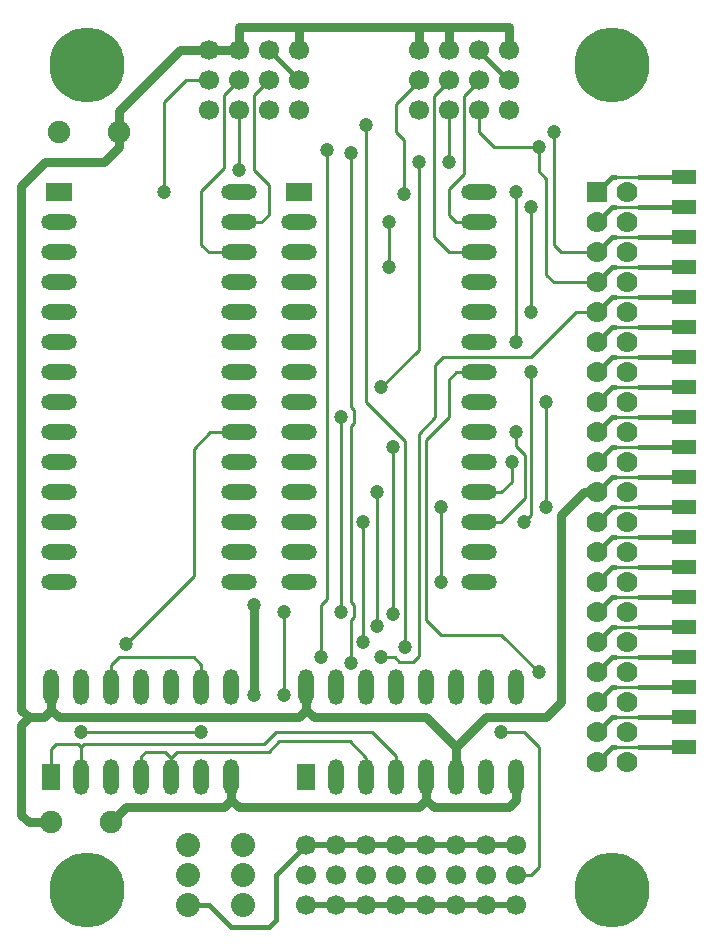
<source format=gbl>
G04 Layer_Physical_Order=2*
G04 Layer_Color=16711680*
%FSLAX25Y25*%
%MOIN*%
G70*
G01*
G75*
%ADD10R,0.07874X0.05000*%
%ADD11C,0.01000*%
%ADD12C,0.03000*%
%ADD13C,0.01500*%
%ADD14C,0.02000*%
%ADD15R,0.07000X0.07000*%
%ADD16C,0.07000*%
%ADD17C,0.25000*%
%ADD18C,0.07500*%
%ADD19C,0.06693*%
%ADD20C,0.08000*%
%ADD21R,0.08500X0.06200*%
%ADD22O,0.12000X0.05118*%
%ADD23O,0.05118X0.12000*%
%ADD24R,0.06200X0.08500*%
%ADD25C,0.04724*%
D10*
X693500Y205000D02*
D03*
Y215000D02*
D03*
Y225000D02*
D03*
Y235000D02*
D03*
Y245000D02*
D03*
Y255000D02*
D03*
Y265000D02*
D03*
Y275000D02*
D03*
Y285000D02*
D03*
Y295000D02*
D03*
Y305000D02*
D03*
Y315000D02*
D03*
Y325000D02*
D03*
Y335000D02*
D03*
Y345000D02*
D03*
Y355000D02*
D03*
Y365000D02*
D03*
Y375000D02*
D03*
Y385000D02*
D03*
Y395000D02*
D03*
D11*
X530000Y262000D02*
Y304500D01*
X507500Y239500D02*
X530000Y262000D01*
X597500Y195000D02*
Y202000D01*
X589500Y210000D02*
X597500Y202000D01*
X557500Y210000D02*
X589500D01*
X574500Y254500D02*
Y404000D01*
X572500Y252500D02*
X574500Y254500D01*
X572500Y235000D02*
Y252500D01*
X630000Y405000D02*
X645000D01*
X625000Y410000D02*
X630000Y405000D01*
X645000Y397000D02*
Y405000D01*
X650000Y372500D02*
Y410000D01*
X645000Y397000D02*
X647500Y394500D01*
X582500Y318500D02*
Y403000D01*
Y318500D02*
X583500Y317500D01*
Y313000D02*
Y317500D01*
X582500Y312000D02*
X583500Y313000D01*
X582500Y253500D02*
Y312000D01*
Y253500D02*
X583500Y252500D01*
Y248500D02*
Y252500D01*
X582500Y247500D02*
X583500Y248500D01*
X582500Y233000D02*
Y247500D01*
X579000Y250000D02*
Y315000D01*
X560000Y222500D02*
Y250000D01*
X596500Y249500D02*
Y305000D01*
X558500Y207000D02*
X582000D01*
X555000Y203500D02*
X558500Y207000D01*
X524500Y203500D02*
X555000D01*
X591000Y245500D02*
Y290000D01*
X512500Y195000D02*
Y202000D01*
X514000Y203500D01*
X520500D01*
X522500Y201500D01*
X484000Y206000D02*
X491500D01*
X482500Y204500D02*
X484000Y206000D01*
X482500Y195000D02*
Y204500D01*
X491500Y206000D02*
X492500Y205000D01*
Y195000D02*
Y205000D01*
X493500Y206000D01*
X553500D01*
X670500Y205000D02*
X678500D01*
X670500Y215000D02*
X678500D01*
X670500Y225000D02*
X678500D01*
X670500Y235000D02*
X678500D01*
X670500Y245000D02*
X678500D01*
X670500Y255000D02*
X678500D01*
X670500Y265000D02*
X678500D01*
X670500Y275000D02*
X678500D01*
X670500Y285000D02*
X678500D01*
X670500Y295000D02*
X678500D01*
X670500Y305000D02*
X678500D01*
X670500Y315000D02*
X678500D01*
X670500Y325000D02*
X678500D01*
X670500Y335000D02*
X678500D01*
X670500Y345000D02*
X678500D01*
X670500Y355000D02*
X678500D01*
X670500Y365000D02*
X678500D01*
X670500Y375000D02*
X678500D01*
X670500Y385000D02*
X678500D01*
X670500Y395000D02*
X678500D01*
X637500Y340000D02*
Y390000D01*
X657500Y350000D02*
X664500D01*
X642500Y335000D02*
X657500Y350000D01*
X613000Y335000D02*
X642500D01*
X640500Y288000D02*
Y302500D01*
X637500Y305500D02*
X640500Y302500D01*
X637500Y305500D02*
Y310000D01*
X632500Y280000D02*
X640500Y288000D01*
X642500Y282500D02*
Y330000D01*
X640000Y280000D02*
X642500Y282500D01*
X632500Y290000D02*
X636000Y293500D01*
Y300000D01*
X553500Y206000D02*
X557500Y210000D01*
X610500Y332500D02*
X613000Y335000D01*
X610500Y315000D02*
Y332500D01*
X605000Y337500D02*
Y400000D01*
X592500Y325000D02*
X605000Y337500D01*
X600500Y238500D02*
Y307000D01*
X587500Y320000D02*
X600500Y307000D01*
X587500Y320000D02*
Y412500D01*
X605000Y309500D02*
X610500Y315000D01*
X605000Y235500D02*
Y309500D01*
X603000Y233500D02*
X605000Y235500D01*
X598500Y233500D02*
X603000D01*
X597000Y235000D02*
X598500Y233500D01*
X592500Y235000D02*
X597000D01*
X586500Y240000D02*
Y280000D01*
X625000Y410000D02*
Y417500D01*
X600000Y389500D02*
Y407500D01*
X617500Y330000D02*
X625000D01*
X615000Y327500D02*
X617500Y330000D01*
X615000Y315000D02*
Y327500D01*
X607500Y307500D02*
X615000Y315000D01*
X607500Y247500D02*
Y307500D01*
Y247500D02*
X612500Y242500D01*
X632500D01*
X645000Y230000D01*
X650000Y372500D02*
X652500Y370000D01*
X664500D01*
X647500Y362500D02*
X650000Y360000D01*
X664500D01*
X637500Y162500D02*
X642500D01*
X645000Y165000D01*
Y205000D01*
X640000Y210000D02*
X645000Y205000D01*
X632500Y210000D02*
X640000D01*
X625000Y290000D02*
X632500D01*
X612500Y260000D02*
Y285000D01*
X625000Y280000D02*
X632500D01*
X647500Y285000D02*
Y320000D01*
X532500Y225000D02*
Y232500D01*
X530000Y235000D02*
X532500Y232500D01*
X505000Y235000D02*
X530000D01*
X502500Y232500D02*
X505000Y235000D01*
X502500Y225000D02*
Y232500D01*
X492500Y210000D02*
X532500D01*
X535500Y310000D02*
X545000D01*
X530000Y304500D02*
X535500Y310000D01*
X610000Y422000D02*
X615000Y427000D01*
X522500Y195000D02*
Y201500D01*
X524500Y203500D01*
X582000Y207000D02*
X587500Y201500D01*
Y195000D02*
Y201500D01*
X597500Y410000D02*
X600000Y407500D01*
X597500Y410000D02*
Y419500D01*
X605000Y427000D01*
X545000Y380000D02*
X552500D01*
X555000Y382500D01*
Y392500D01*
X550000Y397500D02*
X555000Y392500D01*
X550000Y422500D02*
X555000Y427500D01*
X550000Y397500D02*
Y422500D01*
X527500Y427500D02*
X535000D01*
X540000Y422500D02*
X545000Y427500D01*
X532500Y372500D02*
X535000Y370000D01*
X545000D01*
X532500Y372500D02*
Y390500D01*
X540000Y398000D01*
Y422500D01*
X595000Y365000D02*
Y380000D01*
X642500Y350000D02*
Y385000D01*
X610000Y375000D02*
Y422000D01*
Y375000D02*
X615000Y370000D01*
X625000D01*
X620000Y422000D02*
X625000Y427000D01*
X615000Y382500D02*
X617500Y380000D01*
X625000D01*
X615000Y400000D02*
Y417500D01*
X545000Y397500D02*
Y417500D01*
X647500Y362500D02*
Y394500D01*
X615000Y382500D02*
Y391000D01*
X620000Y396000D01*
Y422000D01*
X520000Y420000D02*
X527500Y427500D01*
X520000Y390000D02*
Y420000D01*
D12*
X545000Y445000D02*
X565000D01*
X545000Y437500D02*
Y445000D01*
X535000Y437500D02*
X545000D01*
X540000Y185000D02*
X542500Y187500D01*
X507500Y185000D02*
X540000D01*
X502500Y180000D02*
X507500Y185000D01*
X472500Y392000D02*
X480500Y400000D01*
X472500Y217500D02*
X475000Y215000D01*
X617500Y205000D02*
X627500Y215000D01*
X647500D01*
X652500Y220000D01*
Y282500D01*
X660000Y290000D01*
X664500D01*
X567500Y217500D02*
X570000Y215000D01*
X607500D01*
X617500Y205000D01*
Y195000D02*
Y205000D01*
X480000Y215000D02*
X482500Y217500D01*
X475000Y215000D02*
X480000D01*
X472500Y212500D02*
X475000Y215000D01*
X472500Y182500D02*
Y212500D01*
Y182500D02*
X475000Y180000D01*
X482500D01*
Y217500D02*
Y225000D01*
Y217500D02*
X485000Y215000D01*
X565000D01*
X567500Y217500D01*
Y225000D01*
X542500Y187500D02*
Y195000D01*
Y187500D02*
X545000Y185000D01*
X605000D01*
X607500Y187500D01*
Y195000D01*
Y187500D02*
X610000Y185000D01*
X635000D01*
X637500Y187500D01*
Y195000D01*
X565000Y437500D02*
Y445000D01*
X605000D01*
X615000D01*
X635000D01*
X472500Y217500D02*
Y392000D01*
X505000Y405000D02*
Y410000D01*
X500000Y400000D02*
X505000Y405000D01*
X480500Y400000D02*
X500000D01*
X505000Y410000D02*
Y417000D01*
X525500Y437500D01*
X535000D01*
X605000Y437000D02*
Y437500D01*
Y445000D01*
X615000Y437000D02*
Y437500D01*
Y445000D01*
X635000Y437000D02*
Y437500D01*
Y445000D01*
X550000Y222500D02*
Y252500D01*
D13*
X693500Y295000D02*
X695500D01*
X678500D02*
X693500D01*
Y215000D02*
X695500D01*
X678500D02*
X693500D01*
Y305000D02*
X695500D01*
X678500D02*
X693500D01*
Y395000D02*
X695500D01*
X678500D02*
X693500D01*
Y325000D02*
X695500D01*
X678500D02*
X693500D01*
Y335000D02*
X695500D01*
X678500D02*
X693500D01*
Y385000D02*
X695500D01*
X678500D02*
X693500D01*
Y375000D02*
X695500D01*
X678500D02*
X693500D01*
Y315000D02*
X695500D01*
X678500D02*
X693500D01*
Y285000D02*
X695500D01*
X678500D02*
X693500D01*
Y275000D02*
X695500D01*
X678500D02*
X693500D01*
Y365000D02*
X695500D01*
X678500D02*
X693500D01*
Y255000D02*
X695500D01*
X678500D02*
X693500D01*
Y355000D02*
X695500D01*
X678500D02*
X693500D01*
Y265000D02*
X695500D01*
X678500D02*
X693500D01*
X664500Y200000D02*
X669500Y205000D01*
X678500D02*
X695500D01*
X669500D02*
X670500D01*
X664500Y210000D02*
X669500Y215000D01*
X670500D01*
X664500Y220000D02*
X669500Y225000D01*
X678500D02*
X695500D01*
X669500D02*
X670500D01*
X664500Y230000D02*
X669500Y235000D01*
X678500D02*
X695500D01*
X669500D02*
X670500D01*
X664500Y240000D02*
X669500Y245000D01*
X678500D02*
X695500D01*
X669500D02*
X670500D01*
X664500Y250000D02*
X669500Y255000D01*
X670500D01*
X664500Y260000D02*
X669500Y265000D01*
X670500D01*
X664500Y270000D02*
X669500Y275000D01*
X670500D01*
X664500Y280000D02*
X669500Y285000D01*
X670500D01*
X664500Y290000D02*
X669500Y295000D01*
X670500D01*
X664500Y300000D02*
X669500Y305000D01*
X670500D01*
X664500Y310000D02*
X669500Y315000D01*
X670500D01*
X664500Y320000D02*
X669500Y325000D01*
X670500D01*
X664500Y330000D02*
X669500Y335000D01*
X670500D01*
X664500Y340000D02*
X669500Y345000D01*
X678500D02*
X695500D01*
X669500D02*
X670500D01*
X664500Y350000D02*
X669500Y355000D01*
X670500D01*
X664500Y360000D02*
X669500Y365000D01*
X670500D01*
X664500Y370000D02*
X669500Y375000D01*
X670500D01*
X664500Y380000D02*
X669500Y385000D01*
X670500D01*
X669500Y395000D02*
X670500D01*
X664500Y390000D02*
X669500Y395000D01*
X555000Y437500D02*
X565000Y427500D01*
X557500Y162500D02*
X567500Y172500D01*
X557500Y147500D02*
Y162500D01*
X528000Y152500D02*
X535000D01*
X542500Y145000D01*
X555000D01*
X557500Y147500D01*
X625000Y437000D02*
X635000Y427000D01*
D14*
X567500Y172500D02*
X577500D01*
X587500D01*
X597500D01*
X607500D01*
X617500D01*
X627500D01*
X637500D01*
X567500Y152500D02*
X577500D01*
X587500D01*
X597500D01*
X607500D01*
X617500D01*
X627500D01*
X637500D01*
D15*
X664500Y390000D02*
D03*
D16*
X674500D02*
D03*
X664500Y380000D02*
D03*
X674500D02*
D03*
X664500Y370000D02*
D03*
X674500D02*
D03*
X664500Y360000D02*
D03*
X674500D02*
D03*
X664500Y350000D02*
D03*
X674500D02*
D03*
X664500Y340000D02*
D03*
X674500D02*
D03*
X664500Y330000D02*
D03*
X674500D02*
D03*
X664500Y320000D02*
D03*
X674500D02*
D03*
X664500Y310000D02*
D03*
X674500D02*
D03*
X664500Y300000D02*
D03*
X674500D02*
D03*
X664500Y290000D02*
D03*
X674500D02*
D03*
X664500Y280000D02*
D03*
X674500D02*
D03*
X664500Y270000D02*
D03*
X674500D02*
D03*
X664500Y260000D02*
D03*
X674500D02*
D03*
X664500Y250000D02*
D03*
X674500D02*
D03*
X664500Y240000D02*
D03*
X674500D02*
D03*
X664500Y230000D02*
D03*
X674500D02*
D03*
X664500Y220000D02*
D03*
X674500D02*
D03*
X664500Y210000D02*
D03*
X674500D02*
D03*
X664500Y200000D02*
D03*
X674500D02*
D03*
D17*
X669500Y157500D02*
D03*
Y432500D02*
D03*
X494500D02*
D03*
Y157500D02*
D03*
D18*
X505000Y410000D02*
D03*
X485000D02*
D03*
X482500Y180000D02*
D03*
X502500D02*
D03*
D19*
X605000Y427500D02*
D03*
Y417500D02*
D03*
Y437500D02*
D03*
X615000Y427500D02*
D03*
Y417500D02*
D03*
Y437500D02*
D03*
X625000Y427500D02*
D03*
Y417500D02*
D03*
Y437500D02*
D03*
X635000Y427500D02*
D03*
Y417500D02*
D03*
Y437500D02*
D03*
X535000Y427500D02*
D03*
Y417500D02*
D03*
Y437500D02*
D03*
X545000Y427500D02*
D03*
Y417500D02*
D03*
Y437500D02*
D03*
X555000Y427500D02*
D03*
Y417500D02*
D03*
Y437500D02*
D03*
X565000Y427500D02*
D03*
Y417500D02*
D03*
Y437500D02*
D03*
X637500Y172500D02*
D03*
Y152500D02*
D03*
Y162500D02*
D03*
X567500D02*
D03*
Y152500D02*
D03*
Y172500D02*
D03*
X577500Y162500D02*
D03*
Y152500D02*
D03*
Y172500D02*
D03*
X587500Y162500D02*
D03*
Y152500D02*
D03*
Y172500D02*
D03*
X597500Y162500D02*
D03*
Y152500D02*
D03*
Y172500D02*
D03*
X607500Y162500D02*
D03*
Y152500D02*
D03*
Y172500D02*
D03*
X617500Y162500D02*
D03*
Y152500D02*
D03*
Y172500D02*
D03*
X627500Y162500D02*
D03*
Y152500D02*
D03*
Y172500D02*
D03*
D20*
X528000Y162500D02*
D03*
Y152500D02*
D03*
Y172500D02*
D03*
X546500Y162500D02*
D03*
Y152500D02*
D03*
Y172500D02*
D03*
D21*
X485000Y390000D02*
D03*
X565000D02*
D03*
D22*
X485000Y380000D02*
D03*
Y370000D02*
D03*
Y360000D02*
D03*
Y350000D02*
D03*
Y340000D02*
D03*
Y330000D02*
D03*
Y320000D02*
D03*
Y310000D02*
D03*
Y300000D02*
D03*
Y290000D02*
D03*
Y280000D02*
D03*
Y270000D02*
D03*
Y260000D02*
D03*
X545000D02*
D03*
Y270000D02*
D03*
Y280000D02*
D03*
Y290000D02*
D03*
Y300000D02*
D03*
Y310000D02*
D03*
Y320000D02*
D03*
Y330000D02*
D03*
Y340000D02*
D03*
Y350000D02*
D03*
Y360000D02*
D03*
Y370000D02*
D03*
Y380000D02*
D03*
Y390000D02*
D03*
X625000D02*
D03*
Y380000D02*
D03*
Y370000D02*
D03*
Y360000D02*
D03*
Y350000D02*
D03*
Y340000D02*
D03*
Y330000D02*
D03*
Y320000D02*
D03*
Y310000D02*
D03*
Y300000D02*
D03*
Y290000D02*
D03*
Y280000D02*
D03*
Y270000D02*
D03*
Y260000D02*
D03*
X565000D02*
D03*
Y270000D02*
D03*
Y280000D02*
D03*
Y290000D02*
D03*
Y300000D02*
D03*
Y310000D02*
D03*
Y320000D02*
D03*
Y330000D02*
D03*
Y340000D02*
D03*
Y350000D02*
D03*
Y360000D02*
D03*
Y370000D02*
D03*
Y380000D02*
D03*
D23*
X567500Y225000D02*
D03*
X577500D02*
D03*
X587500D02*
D03*
X597500D02*
D03*
X607500D02*
D03*
X617500D02*
D03*
X627500D02*
D03*
X637500D02*
D03*
Y195000D02*
D03*
X627500D02*
D03*
X617500D02*
D03*
X607500D02*
D03*
X597500D02*
D03*
X587500D02*
D03*
X577500D02*
D03*
X482500Y225000D02*
D03*
X492500D02*
D03*
X502500D02*
D03*
X512500D02*
D03*
X522500D02*
D03*
X532500D02*
D03*
X542500D02*
D03*
Y195000D02*
D03*
X532500D02*
D03*
X522500D02*
D03*
X512500D02*
D03*
X502500D02*
D03*
X492500D02*
D03*
D24*
X567500D02*
D03*
X482500D02*
D03*
D25*
X507500Y239500D02*
D03*
X574500Y404000D02*
D03*
X645000Y405000D02*
D03*
X650000Y410000D02*
D03*
X582500Y403000D02*
D03*
X579000Y315000D02*
D03*
Y250000D02*
D03*
X560000D02*
D03*
X596500Y249500D02*
D03*
X591000Y245500D02*
D03*
X596500Y305000D02*
D03*
X582500Y233000D02*
D03*
X637500Y390000D02*
D03*
Y340000D02*
D03*
Y310000D02*
D03*
X636000Y300000D02*
D03*
X592500Y325000D02*
D03*
X600500Y238500D02*
D03*
X591000Y290000D02*
D03*
X586500Y240000D02*
D03*
Y280000D02*
D03*
X605000Y400000D02*
D03*
X600000Y389500D02*
D03*
X587500Y412500D02*
D03*
X645000Y230000D02*
D03*
X572500Y235000D02*
D03*
X592500D02*
D03*
X632500Y210000D02*
D03*
X595000Y380000D02*
D03*
X612500Y260000D02*
D03*
Y285000D02*
D03*
X640000Y280000D02*
D03*
X642500Y330000D02*
D03*
X647500Y285000D02*
D03*
Y320000D02*
D03*
X550000Y252500D02*
D03*
X560000Y222500D02*
D03*
X492500Y210000D02*
D03*
X532500D02*
D03*
X520000Y390000D02*
D03*
X595000Y365000D02*
D03*
X642500Y385000D02*
D03*
Y350000D02*
D03*
X545000Y397500D02*
D03*
X615000Y400000D02*
D03*
X550000Y222500D02*
D03*
M02*

</source>
